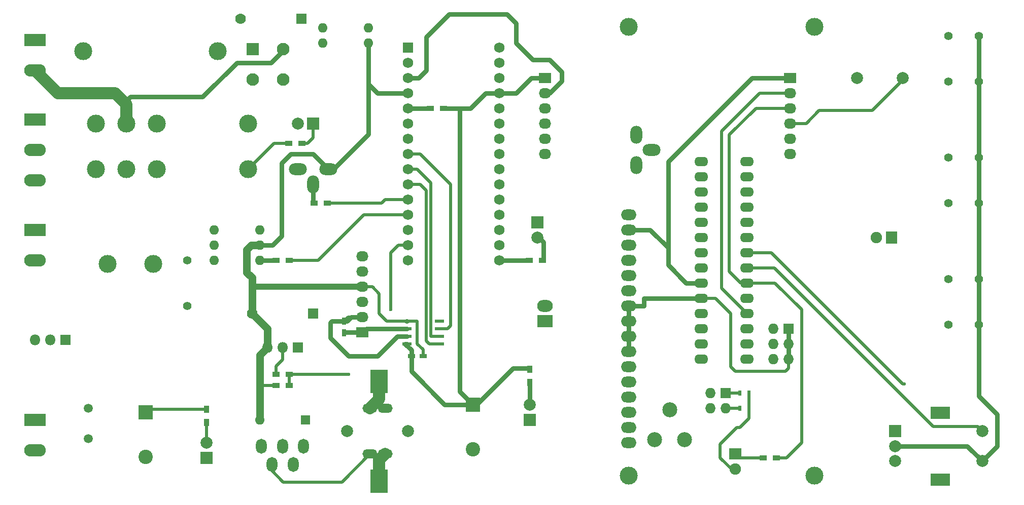
<source format=gbr>
%TF.GenerationSoftware,KiCad,Pcbnew,4.0.5+dfsg1-4*%
%TF.CreationDate,2018-12-31T14:04:09+01:00*%
%TF.ProjectId,HotAirGun,486F7441697247756E2E6B696361645F,rev?*%
%TF.FileFunction,Copper,L1,Top,Signal*%
%FSLAX46Y46*%
G04 Gerber Fmt 4.6, Leading zero omitted, Abs format (unit mm)*
G04 Created by KiCad (PCBNEW 4.0.5+dfsg1-4) date Mon Dec 31 14:04:09 2018*
%MOMM*%
%LPD*%
G01*
G04 APERTURE LIST*
%ADD10C,0.100000*%
%ADD11O,2.600000X1.800000*%
%ADD12C,3.000000*%
%ADD13R,3.600000X2.100000*%
%ADD14O,3.600000X2.100000*%
%ADD15C,1.727200*%
%ADD16R,1.727200X1.727200*%
%ADD17R,1.200000X0.900000*%
%ADD18R,2.400000X2.400000*%
%ADD19C,2.400000*%
%ADD20R,1.800000X1.800000*%
%ADD21O,1.800000X1.800000*%
%ADD22R,1.600000X1.600000*%
%ADD23O,1.600000X1.600000*%
%ADD24C,1.397000*%
%ADD25C,2.100000*%
%ADD26R,2.100000X2.100000*%
%ADD27C,1.778000*%
%ADD28R,1.778000X1.778000*%
%ADD29R,0.500000X0.900000*%
%ADD30C,2.000000*%
%ADD31O,1.800860X2.499360*%
%ADD32O,2.300000X1.600000*%
%ADD33R,3.200000X2.000000*%
%ADD34R,2.000000X2.000000*%
%ADD35R,0.900000X1.200000*%
%ADD36O,1.998980X2.999740*%
%ADD37O,2.999740X1.998980*%
%ADD38R,2.032000X1.727200*%
%ADD39O,2.032000X1.727200*%
%ADD40O,1.727200X1.727200*%
%ADD41R,2.000000X1.900000*%
%ADD42C,1.900000*%
%ADD43R,1.900000X2.000000*%
%ADD44R,1.200000X0.750000*%
%ADD45R,0.750000X1.200000*%
%ADD46C,2.499360*%
%ADD47C,2.999740*%
%ADD48O,2.500000X1.524000*%
%ADD49R,1.550000X0.600000*%
%ADD50C,1.501140*%
%ADD51R,2.600000X2.000000*%
%ADD52O,2.600000X2.000000*%
%ADD53R,2.999740X4.000500*%
%ADD54C,0.600000*%
%ADD55C,0.762000*%
%ADD56C,0.508000*%
%ADD57C,2.032000*%
%ADD58C,1.016000*%
%ADD59C,1.270000*%
G04 APERTURE END LIST*
D10*
D11*
X167640000Y-129794000D03*
X167640000Y-127254000D03*
X167640000Y-124714000D03*
X167640000Y-122174000D03*
X167640000Y-119634000D03*
X167640000Y-117094000D03*
X167640000Y-114554000D03*
X167640000Y-112014000D03*
X167640000Y-109474000D03*
X167640000Y-106934000D03*
X167640000Y-104394000D03*
X167640000Y-101854000D03*
X167640000Y-99314000D03*
X167640000Y-96774000D03*
X167640000Y-94234000D03*
X167640000Y-91694000D03*
D12*
X167640000Y-135293100D03*
X198640700Y-135293100D03*
X198640700Y-60294520D03*
X167640000Y-60294520D03*
D13*
X68580000Y-125984000D03*
D14*
X68580000Y-131064000D03*
D15*
X146050000Y-63754000D03*
X146050000Y-66294000D03*
X146050000Y-68834000D03*
X146050000Y-71374000D03*
X146050000Y-73914000D03*
X146050000Y-76454000D03*
X146050000Y-78994000D03*
X146050000Y-81534000D03*
X146050000Y-84074000D03*
X146050000Y-86614000D03*
X146050000Y-89154000D03*
X146050000Y-91694000D03*
X146050000Y-94234000D03*
X146050000Y-96774000D03*
X146050000Y-99314000D03*
X130810000Y-99314000D03*
X130810000Y-96774000D03*
X130810000Y-94234000D03*
X130810000Y-91694000D03*
X130810000Y-89154000D03*
X130810000Y-86614000D03*
X130810000Y-84074000D03*
X130810000Y-81534000D03*
X130810000Y-78994000D03*
X130810000Y-76454000D03*
X130810000Y-73914000D03*
X130810000Y-71374000D03*
X130810000Y-68834000D03*
X130810000Y-66294000D03*
D16*
X130810000Y-63754000D03*
D17*
X110955000Y-120269000D03*
X108755000Y-120269000D03*
D18*
X86995000Y-124714000D03*
D19*
X86995000Y-132214000D03*
D18*
X141605000Y-123444000D03*
D19*
X141605000Y-130944000D03*
D20*
X73660000Y-112649000D03*
D21*
X71120000Y-112649000D03*
X68580000Y-112649000D03*
D22*
X113665000Y-125984000D03*
D23*
X106045000Y-125984000D03*
D12*
X88265000Y-99949000D03*
X80645000Y-99949000D03*
D20*
X112395000Y-113919000D03*
D21*
X109855000Y-113919000D03*
X107315000Y-113919000D03*
D24*
X220980000Y-102489000D03*
X226060000Y-102489000D03*
X220980000Y-110109000D03*
X226060000Y-110109000D03*
X220980000Y-82169000D03*
X226060000Y-82169000D03*
X220980000Y-89789000D03*
X226060000Y-89789000D03*
X220980000Y-61849000D03*
X226060000Y-61849000D03*
X220980000Y-69469000D03*
X226060000Y-69469000D03*
D25*
X109982000Y-69088000D03*
X109982000Y-64008000D03*
D26*
X104902000Y-64008000D03*
D25*
X104902000Y-69088000D03*
D27*
X102870000Y-58928000D03*
D28*
X113030000Y-58928000D03*
D27*
X104775000Y-108204000D03*
D28*
X114935000Y-108204000D03*
D24*
X93980000Y-106934000D03*
X93980000Y-99314000D03*
D29*
X187694000Y-124079000D03*
X186194000Y-124079000D03*
X187694000Y-121539000D03*
X186194000Y-121539000D03*
D30*
X205750160Y-68834000D03*
X213349840Y-68834000D03*
D13*
X68580000Y-62484000D03*
D14*
X68580000Y-67564000D03*
D13*
X68580000Y-75819000D03*
D14*
X68580000Y-80899000D03*
X68580000Y-85979000D03*
D13*
X68580000Y-94234000D03*
D14*
X68580000Y-99314000D03*
D23*
X106045000Y-99314000D03*
X106045000Y-96774000D03*
X106045000Y-94234000D03*
X98425000Y-94234000D03*
X98425000Y-96774000D03*
X98425000Y-99314000D03*
X116586000Y-60452000D03*
X116586000Y-62992000D03*
X124206000Y-62992000D03*
X124206000Y-60452000D03*
D31*
X109855000Y-130439160D03*
X113355120Y-130439160D03*
X106354880Y-130439160D03*
X108054140Y-133438900D03*
X111655860Y-133438900D03*
D32*
X179705000Y-82804000D03*
X179705000Y-85344000D03*
X179705000Y-87884000D03*
X179705000Y-90424000D03*
X179705000Y-92964000D03*
X179705000Y-95504000D03*
X179705000Y-98044000D03*
X179705000Y-100584000D03*
X179705000Y-103124000D03*
X179705000Y-105664000D03*
X179705000Y-108204000D03*
X179705000Y-110744000D03*
X179705000Y-113284000D03*
X179705000Y-115824000D03*
X187325000Y-115824000D03*
X187325000Y-113284000D03*
X187325000Y-110744000D03*
X187325000Y-108204000D03*
X187325000Y-105664000D03*
X187325000Y-103124000D03*
X187325000Y-100584000D03*
X187325000Y-98044000D03*
X187325000Y-95504000D03*
X187325000Y-92964000D03*
X187325000Y-90424000D03*
X187325000Y-87884000D03*
X187325000Y-85344000D03*
X187325000Y-82804000D03*
D30*
X226590000Y-132889000D03*
X226590000Y-127889000D03*
D33*
X219590000Y-135989000D03*
X219590000Y-124789000D03*
D30*
X212090000Y-132889000D03*
X212090000Y-130389000D03*
D34*
X212090000Y-127889000D03*
D17*
X108755000Y-118364000D03*
X110955000Y-118364000D03*
X153246000Y-99314000D03*
X151046000Y-99314000D03*
D35*
X151130000Y-117518000D03*
X151130000Y-119718000D03*
X97155000Y-124249000D03*
X97155000Y-126449000D03*
D17*
X113114000Y-79756000D03*
X110914000Y-79756000D03*
X190035000Y-132334000D03*
X192235000Y-132334000D03*
D36*
X114935000Y-86614000D03*
D37*
X117475000Y-84074000D03*
X112395000Y-84074000D03*
D38*
X123190000Y-111379000D03*
D39*
X123190000Y-108839000D03*
X123190000Y-106299000D03*
X123190000Y-103759000D03*
X123190000Y-101219000D03*
X123190000Y-98679000D03*
D38*
X153670000Y-68834000D03*
D39*
X153670000Y-71374000D03*
X153670000Y-73914000D03*
X153670000Y-76454000D03*
X153670000Y-78994000D03*
X153670000Y-81534000D03*
D16*
X183769000Y-121539000D03*
D40*
X181229000Y-121539000D03*
X183769000Y-124079000D03*
X181229000Y-124079000D03*
D38*
X194564000Y-68834000D03*
D39*
X194564000Y-71374000D03*
X194564000Y-73914000D03*
X194564000Y-76454000D03*
X194564000Y-78994000D03*
X194564000Y-81534000D03*
D16*
X194310000Y-110744000D03*
D40*
X191770000Y-110744000D03*
X194310000Y-113284000D03*
X191770000Y-113284000D03*
X194310000Y-115824000D03*
X191770000Y-115824000D03*
D34*
X152400000Y-92964000D03*
D30*
X152400000Y-95504000D03*
D34*
X151130000Y-125984000D03*
D30*
X151130000Y-123444000D03*
D34*
X97155000Y-132334000D03*
D30*
X97155000Y-129794000D03*
D34*
X114935000Y-76454000D03*
D30*
X112395000Y-76454000D03*
D41*
X185420000Y-131699000D03*
D42*
X185420000Y-134239000D03*
D43*
X211455000Y-95504000D03*
D42*
X208915000Y-95504000D03*
D44*
X131384000Y-115316000D03*
X133284000Y-115316000D03*
D45*
X120142000Y-111440000D03*
X120142000Y-109540000D03*
D37*
X171450000Y-80899000D03*
D36*
X168910000Y-83439000D03*
X168910000Y-78359000D03*
D46*
X174457360Y-124287280D03*
X176956720Y-129286000D03*
X171958000Y-129286000D03*
D47*
X104140000Y-84074000D03*
X104140000Y-76454000D03*
X88900000Y-76454000D03*
X83820000Y-76454000D03*
X78740000Y-76454000D03*
X88900000Y-84074000D03*
X83820000Y-84074000D03*
X78740000Y-84074000D03*
D48*
X127000000Y-131699000D03*
X124460000Y-131699000D03*
X124460000Y-124079000D03*
X127000000Y-124079000D03*
D30*
X130810000Y-127889000D03*
X120650000Y-127889000D03*
D12*
X99060000Y-64389000D03*
X76560000Y-64389000D03*
D49*
X130650000Y-109474000D03*
X130650000Y-110744000D03*
X130650000Y-112014000D03*
X130650000Y-113284000D03*
X136050000Y-113284000D03*
X136050000Y-112014000D03*
X136050000Y-110744000D03*
X136050000Y-109474000D03*
D50*
X77470000Y-129159000D03*
X77480160Y-124079000D03*
D51*
X153670000Y-109474000D03*
D52*
X153670000Y-106934000D03*
D17*
X108755000Y-99314000D03*
X110955000Y-99314000D03*
X117305000Y-89789000D03*
X115105000Y-89789000D03*
X136736000Y-73914000D03*
X134536000Y-73914000D03*
D53*
X125984000Y-119557800D03*
X125984000Y-136220200D03*
D54*
X167640000Y-106934000D03*
X179705000Y-105664000D03*
X120904000Y-118364000D03*
X127889000Y-107569000D03*
X213614000Y-120015000D03*
D55*
X123190000Y-111379000D02*
X120203000Y-111379000D01*
X120203000Y-111379000D02*
X120142000Y-111440000D01*
X130650000Y-110744000D02*
X123825000Y-110744000D01*
X123825000Y-110744000D02*
X123190000Y-111379000D01*
D56*
X120142000Y-109540000D02*
X120142000Y-109474000D01*
X120142000Y-109474000D02*
X120777000Y-108839000D01*
X120777000Y-108839000D02*
X123190000Y-108839000D01*
D55*
X130650000Y-112014000D02*
X129032000Y-112014000D01*
X121285000Y-108839000D02*
X123190000Y-108839000D01*
X120584000Y-109540000D02*
X121285000Y-108839000D01*
X118044000Y-109540000D02*
X120584000Y-109540000D01*
X117856000Y-109728000D02*
X118044000Y-109540000D01*
X117856000Y-112268000D02*
X117856000Y-109728000D01*
X120904000Y-115316000D02*
X117856000Y-112268000D01*
X125730000Y-115316000D02*
X120904000Y-115316000D01*
X129032000Y-112014000D02*
X125730000Y-115316000D01*
D57*
X125984000Y-136220200D02*
X125984000Y-132715000D01*
X125984000Y-132715000D02*
X127000000Y-131699000D01*
D55*
X146050000Y-71374000D02*
X148844000Y-71374000D01*
X151384000Y-68834000D02*
X153670000Y-68834000D01*
X148844000Y-71374000D02*
X151384000Y-68834000D01*
X139446000Y-73914000D02*
X139446000Y-121285000D01*
X139446000Y-121285000D02*
X141605000Y-123444000D01*
X131384000Y-115316000D02*
X131384000Y-117922000D01*
X131384000Y-117922000D02*
X136906000Y-123444000D01*
X136906000Y-123444000D02*
X141605000Y-123444000D01*
X130650000Y-113284000D02*
X130302000Y-113284000D01*
X130302000Y-113284000D02*
X131384000Y-114366000D01*
X131384000Y-114366000D02*
X131384000Y-115316000D01*
X141605000Y-123444000D02*
X142240000Y-123444000D01*
X142240000Y-123444000D02*
X148336000Y-117348000D01*
X148336000Y-117348000D02*
X151130000Y-117348000D01*
X136736000Y-73914000D02*
X139446000Y-73914000D01*
X139446000Y-73914000D02*
X141224000Y-73914000D01*
X143764000Y-71374000D02*
X146050000Y-71374000D01*
X141224000Y-73914000D02*
X143764000Y-71374000D01*
D56*
X108054140Y-133438900D02*
X108054140Y-134470140D01*
X108054140Y-134470140D02*
X109982000Y-136398000D01*
X119761000Y-136398000D02*
X124460000Y-131699000D01*
X109982000Y-136398000D02*
X119761000Y-136398000D01*
X123190000Y-103759000D02*
X124841000Y-103759000D01*
X127254000Y-109474000D02*
X130650000Y-109474000D01*
X125984000Y-108204000D02*
X127254000Y-109474000D01*
X125984000Y-104902000D02*
X125984000Y-108204000D01*
X124841000Y-103759000D02*
X125984000Y-104902000D01*
X133284000Y-115316000D02*
X133284000Y-114234000D01*
X133284000Y-114234000D02*
X132334000Y-113284000D01*
X132334000Y-113284000D02*
X132334000Y-109474000D01*
X132334000Y-109474000D02*
X130650000Y-109474000D01*
D55*
X130556000Y-109474000D02*
X130650000Y-109474000D01*
X130810000Y-71374000D02*
X125730000Y-71374000D01*
X125730000Y-71374000D02*
X124206000Y-69850000D01*
X117475000Y-84074000D02*
X118364000Y-84074000D01*
X118364000Y-84074000D02*
X124206000Y-78232000D01*
X124206000Y-78232000D02*
X124206000Y-69850000D01*
X124206000Y-69850000D02*
X124206000Y-62992000D01*
X106045000Y-96774000D02*
X108204000Y-96774000D01*
X114935000Y-81534000D02*
X117475000Y-84074000D01*
X111252000Y-81534000D02*
X114935000Y-81534000D01*
X109728000Y-83058000D02*
X111252000Y-81534000D01*
X109728000Y-95250000D02*
X109728000Y-83058000D01*
X108204000Y-96774000D02*
X109728000Y-95250000D01*
D58*
X123190000Y-103759000D02*
X104775000Y-103759000D01*
X104775000Y-103759000D02*
X104775000Y-108204000D01*
D59*
X104775000Y-108204000D02*
X104775000Y-102235000D01*
X104648000Y-96774000D02*
X106045000Y-96774000D01*
X103886000Y-97536000D02*
X104648000Y-96774000D01*
X103886000Y-101346000D02*
X103886000Y-97536000D01*
X104775000Y-102235000D02*
X103886000Y-101346000D01*
X107315000Y-113919000D02*
X107315000Y-110744000D01*
X107315000Y-110744000D02*
X104775000Y-108204000D01*
X106045000Y-125984000D02*
X106045000Y-115189000D01*
X106045000Y-115189000D02*
X107315000Y-113919000D01*
D56*
X106045000Y-125984000D02*
X106045000Y-120777000D01*
X106553000Y-120269000D02*
X108755000Y-120269000D01*
X106045000Y-120777000D02*
X106553000Y-120269000D01*
X226060000Y-89789000D02*
X226060000Y-102489000D01*
X213349840Y-68834000D02*
X213349840Y-69225160D01*
X213349840Y-69225160D02*
X208280000Y-74295000D01*
X197231000Y-76454000D02*
X194564000Y-76454000D01*
X199390000Y-74295000D02*
X197231000Y-76454000D01*
X208280000Y-74295000D02*
X199390000Y-74295000D01*
X179705000Y-105664000D02*
X182118000Y-105664000D01*
X194310000Y-117348000D02*
X194310000Y-115824000D01*
X193802000Y-117856000D02*
X194310000Y-117348000D01*
X185420000Y-117856000D02*
X193802000Y-117856000D01*
X184658000Y-117094000D02*
X185420000Y-117856000D01*
X184658000Y-108204000D02*
X184658000Y-117094000D01*
X182118000Y-105664000D02*
X184658000Y-108204000D01*
D55*
X167640000Y-114554000D02*
X167640000Y-112014000D01*
X167640000Y-112014000D02*
X167640000Y-109474000D01*
X167640000Y-109474000D02*
X167640000Y-106934000D01*
X194310000Y-115824000D02*
X194310000Y-110744000D01*
X212090000Y-130389000D02*
X224090000Y-130389000D01*
X224090000Y-130389000D02*
X226590000Y-132889000D01*
X226590000Y-132889000D02*
X226648000Y-132889000D01*
X226648000Y-132889000D02*
X229108000Y-130429000D01*
X229108000Y-130429000D02*
X229108000Y-125095000D01*
X229108000Y-125095000D02*
X226060000Y-122047000D01*
X226060000Y-122047000D02*
X226060000Y-110109000D01*
D56*
X194310000Y-114935000D02*
X194310000Y-115824000D01*
X194310000Y-114935000D02*
X194310000Y-113284000D01*
D55*
X226060000Y-110109000D02*
X226060000Y-89789000D01*
X226060000Y-89789000D02*
X226060000Y-82169000D01*
X226060000Y-82169000D02*
X226060000Y-69469000D01*
X226060000Y-69469000D02*
X226060000Y-61849000D01*
X179705000Y-105664000D02*
X170180000Y-105664000D01*
X170180000Y-106934000D02*
X167640000Y-106934000D01*
X170180000Y-105664000D02*
X170180000Y-106934000D01*
D56*
X194310000Y-113284000D02*
X194310000Y-110744000D01*
X184785000Y-134239000D02*
X182880000Y-132334000D01*
X187694000Y-125742000D02*
X187694000Y-121539000D01*
X186182000Y-127254000D02*
X187694000Y-125742000D01*
X185674000Y-127254000D02*
X186182000Y-127254000D01*
X182880000Y-130048000D02*
X185674000Y-127254000D01*
X182880000Y-132334000D02*
X182880000Y-130048000D01*
D55*
X179705000Y-103124000D02*
X177165000Y-103124000D01*
X174180500Y-100139500D02*
X174180500Y-97218500D01*
X177165000Y-103124000D02*
X174180500Y-100139500D01*
X171196000Y-94234000D02*
X167640000Y-94234000D01*
X174180500Y-97218500D02*
X171196000Y-94234000D01*
X174180500Y-97218500D02*
X174180500Y-82867500D01*
X188214000Y-68834000D02*
X194564000Y-68834000D01*
X174180500Y-82867500D02*
X188214000Y-68834000D01*
D56*
X97155000Y-124249000D02*
X87460000Y-124249000D01*
X87460000Y-124249000D02*
X86995000Y-124714000D01*
X97155000Y-129794000D02*
X97155000Y-126449000D01*
D55*
X134536000Y-73914000D02*
X130810000Y-73914000D01*
X151130000Y-123444000D02*
X151130000Y-119634000D01*
X152400000Y-95504000D02*
X152654000Y-95504000D01*
X152654000Y-95504000D02*
X153416000Y-96266000D01*
X153416000Y-96266000D02*
X153416000Y-99314000D01*
X146050000Y-99314000D02*
X150876000Y-99314000D01*
D56*
X130810000Y-96774000D02*
X129159000Y-96774000D01*
X120904000Y-118364000D02*
X110955000Y-118364000D01*
X127889000Y-98044000D02*
X127889000Y-107569000D01*
X129159000Y-96774000D02*
X127889000Y-98044000D01*
X110955000Y-120269000D02*
X110955000Y-118364000D01*
X108755000Y-118364000D02*
X108755000Y-117051000D01*
X109855000Y-115951000D02*
X109855000Y-113919000D01*
X108755000Y-117051000D02*
X109855000Y-115951000D01*
X194564000Y-71374000D02*
X189484000Y-71374000D01*
X189484000Y-71374000D02*
X183134000Y-77724000D01*
X183134000Y-104013000D02*
X187325000Y-108204000D01*
X183134000Y-77724000D02*
X183134000Y-104013000D01*
X188849000Y-73914000D02*
X194564000Y-73914000D01*
X184404000Y-78359000D02*
X188849000Y-73914000D01*
X187325000Y-103124000D02*
X186309000Y-103124000D01*
X186309000Y-103124000D02*
X184404000Y-101219000D01*
X184404000Y-101219000D02*
X184404000Y-78359000D01*
X187325000Y-103124000D02*
X192024000Y-103124000D01*
X193929000Y-132334000D02*
X192235000Y-132334000D01*
X196469000Y-129794000D02*
X193929000Y-132334000D01*
X196469000Y-107569000D02*
X196469000Y-129794000D01*
X192024000Y-103124000D02*
X196469000Y-107569000D01*
X190035000Y-132334000D02*
X186055000Y-132334000D01*
X186055000Y-132334000D02*
X185420000Y-131699000D01*
D57*
X83820000Y-76454000D02*
X83820000Y-73279000D01*
X72390000Y-71374000D02*
X68580000Y-67564000D01*
X81915000Y-71374000D02*
X72390000Y-71374000D01*
X83820000Y-73279000D02*
X81915000Y-71374000D01*
D55*
X109982000Y-64008000D02*
X109982000Y-64262000D01*
X109982000Y-64262000D02*
X107950000Y-66294000D01*
X107950000Y-66294000D02*
X102235000Y-66294000D01*
X102235000Y-66294000D02*
X96520000Y-72009000D01*
X96520000Y-72009000D02*
X84455000Y-72009000D01*
X84455000Y-72009000D02*
X83820000Y-72644000D01*
X83820000Y-72644000D02*
X83820000Y-76454000D01*
D56*
X114935000Y-76454000D02*
X114935000Y-78867000D01*
X114046000Y-79756000D02*
X113114000Y-79756000D01*
X114935000Y-78867000D02*
X114046000Y-79756000D01*
D57*
X125984000Y-119557800D02*
X125984000Y-122555000D01*
X125984000Y-122555000D02*
X124460000Y-124079000D01*
D56*
X186194000Y-121539000D02*
X183769000Y-121539000D01*
X183769000Y-124079000D02*
X186194000Y-124079000D01*
D55*
X114935000Y-86614000D02*
X114935000Y-89619000D01*
X114935000Y-89619000D02*
X115105000Y-89789000D01*
D56*
X110914000Y-79756000D02*
X108458000Y-79756000D01*
X108458000Y-79756000D02*
X104140000Y-84074000D01*
D55*
X108755000Y-99314000D02*
X106045000Y-99314000D01*
D56*
X130810000Y-91694000D02*
X123444000Y-91694000D01*
X115824000Y-99314000D02*
X110955000Y-99314000D01*
X123444000Y-91694000D02*
X115824000Y-99314000D01*
X136050000Y-113284000D02*
X134366000Y-113284000D01*
X132842000Y-86614000D02*
X130810000Y-86614000D01*
X133858000Y-87630000D02*
X132842000Y-86614000D01*
X133858000Y-112776000D02*
X133858000Y-87630000D01*
X134366000Y-113284000D02*
X133858000Y-112776000D01*
D55*
X153670000Y-71374000D02*
X154432000Y-71374000D01*
X154432000Y-71374000D02*
X156464000Y-69342000D01*
X156464000Y-69342000D02*
X156464000Y-67818000D01*
X156464000Y-67818000D02*
X154432000Y-65786000D01*
X154432000Y-65786000D02*
X151638000Y-65786000D01*
X151638000Y-65786000D02*
X148844000Y-62992000D01*
X148844000Y-62992000D02*
X148844000Y-59690000D01*
X148844000Y-59690000D02*
X147320000Y-58166000D01*
X147320000Y-58166000D02*
X137668000Y-58166000D01*
X137668000Y-58166000D02*
X133858000Y-61976000D01*
X133858000Y-61976000D02*
X133858000Y-67564000D01*
X133858000Y-67564000D02*
X132588000Y-68834000D01*
X132588000Y-68834000D02*
X130810000Y-68834000D01*
D56*
X130810000Y-84074000D02*
X132334000Y-84074000D01*
X134620000Y-112014000D02*
X136050000Y-112014000D01*
X134620000Y-86360000D02*
X134620000Y-112014000D01*
X132334000Y-84074000D02*
X134620000Y-86360000D01*
X136050000Y-110744000D02*
X137414000Y-110744000D01*
X132842000Y-81534000D02*
X130810000Y-81534000D01*
X137922000Y-86614000D02*
X132842000Y-81534000D01*
X137922000Y-110236000D02*
X137922000Y-86614000D01*
X137414000Y-110744000D02*
X137922000Y-110236000D01*
X187325000Y-98044000D02*
X191389000Y-98044000D01*
X213360000Y-120015000D02*
X213614000Y-120015000D01*
X191389000Y-98044000D02*
X213360000Y-120015000D01*
X117305000Y-89789000D02*
X126365000Y-89789000D01*
X127000000Y-89154000D02*
X130810000Y-89154000D01*
X126365000Y-89789000D02*
X127000000Y-89154000D01*
X219202000Y-127127000D02*
X225828000Y-127127000D01*
X191897000Y-100584000D02*
X218440000Y-127127000D01*
X218440000Y-127127000D02*
X219202000Y-127127000D01*
X187325000Y-100584000D02*
X191897000Y-100584000D01*
X225828000Y-127127000D02*
X226590000Y-127889000D01*
M02*

</source>
